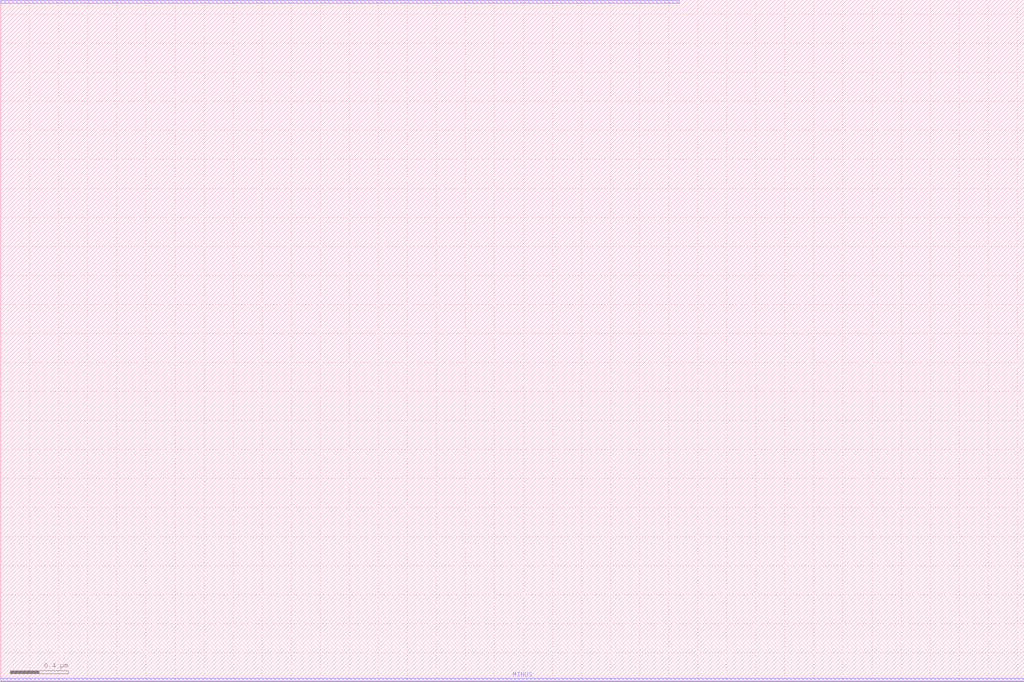
<source format=lef>
VERSION 5.7 ;
BUSBITCHARS "[]" ;
DIVIDERCHAR "/" ;

MACRO CMC_NMOS_25_1x10
  ORIGIN 0 0 ;
  FOREIGN CMC_NMOS_25_1x10 0 0 ;
  SIZE 2.16 BY 0.402 ;
  PIN S2
    DIRECTION INOUT ;
    USE SIGNAL ;
    PORT
      LAYER M2 ;
        RECT 0.256 0.32 2.012 0.338 ;
    END
  END S2
  PIN VSS
    DIRECTION INOUT ;
    USE POWER ;
    PORT
      LAYER M2 ;
        RECT 0 0 2.16 0.018 ;
    END
  END VSS
  PIN VDD
    DIRECTION INOUT ;
    USE SIGNAL ;
    PORT
      LAYER M2 ;
        RECT 0 0.384 2.16 0.402 ;
    END
  END VDD
  PIN G
    DIRECTION INOUT ;
    USE POWER ;
    PORT
      LAYER M2 ;
        RECT 0.094 0.064 2.066 0.082 ;
    END
  END G
  PIN D1
    DIRECTION INOUT ;
    USE SIGNAL ;
    PORT
      LAYER M2 ;
        RECT 0.148 0.128 1.904 0.146 ;
    END
  END D1
  PIN D2
    DIRECTION INOUT ;
    USE SIGNAL ;
    PORT
      LAYER M2 ;
        RECT 0.364 0.192 2.12 0.21 ;
    END
  END D2
  PIN S1
    DIRECTION INOUT ;
    USE SIGNAL ;
    PORT
      LAYER M2 ;
        RECT 0.04 0.256 1.796 0.274 ;
    END
  END S1
  OBS
    LAYER M1 ;
      RECT 0 0 2.16 0.402 ;
  END
END CMC_NMOS_25_1x10

MACRO CMC_PMOS_10_1x4
  ORIGIN 0 0 ;
  FOREIGN CMC_PMOS_10_1x4 0 0 ;
  SIZE 0.864 BY 0.402 ;
  PIN S
    DIRECTION INOUT ;
    USE SIGNAL ;
    PORT
      LAYER M2 ;
        RECT 0.04 0.32 0.716 0.338 ;
    END
  END S
  PIN VDD
    DIRECTION INOUT ;
    USE POWER ;
    PORT
      LAYER M2 ;
        RECT 0 0.384 0.864 0.402 ;
    END
  END VDD
  PIN VSS
    DIRECTION INOUT ;
    USE POWER ;
    PORT
      LAYER M2 ;
        RECT 0 0 0.864 0.018 ;
    END
  END VSS
  PIN G
    DIRECTION INOUT ;
    USE SIGNAL ;
    PORT
      LAYER M2 ;
        RECT 0.094 0.064 0.77 0.082 ;
    END
  END G
  PIN D1
    DIRECTION INOUT ;
    USE SIGNAL ;
    PORT
      LAYER M2 ;
        RECT 0.148 0.128 0.824 0.146 ;
    END
  END D1
  PIN D2
    DIRECTION INOUT ;
    USE SIGNAL ;
    PORT
      LAYER M2 ;
        RECT 0.364 0.192 0.608 0.21 ;
    END
  END D2
  OBS
    LAYER M1 ;
      RECT 0 0 0.864 0.402 ;
  END
END CMC_PMOS_10_1x4

MACRO CMC_PMOS_15_1x6
  ORIGIN 0 0 ;
  FOREIGN CMC_PMOS_15_1x6 0 0 ;
  SIZE 1.296 BY 0.402 ;
  PIN S2
    DIRECTION INOUT ;
    USE SIGNAL ;
    PORT
      LAYER M2 ;
        RECT 0.256 0.32 1.148 0.338 ;
    END
  END S2
  PIN VDD
    DIRECTION INOUT ;
    USE POWER ;
    PORT
      LAYER M2 ;
        RECT 0 0.384 1.296 0.402 ;
    END
  END VDD
  PIN VSS
    DIRECTION INOUT ;
    USE POWER ;
    PORT
      LAYER M2 ;
        RECT 0 0 1.296 0.018 ;
    END
  END VSS
  PIN G
    DIRECTION INOUT ;
    USE SIGNAL ;
    PORT
      LAYER M2 ;
        RECT 0.094 0.064 1.202 0.082 ;
    END
  END G
  PIN D1
    DIRECTION INOUT ;
    USE SIGNAL ;
    PORT
      LAYER M2 ;
        RECT 0.148 0.128 1.04 0.146 ;
    END
  END D1
  PIN D2
    DIRECTION INOUT ;
    USE SIGNAL ;
    PORT
      LAYER M2 ;
        RECT 0.364 0.192 1.256 0.21 ;
    END
  END D2
  PIN S1
    DIRECTION INOUT ;
    USE SIGNAL ;
    PORT
      LAYER M2 ;
        RECT 0.04 0.256 0.932 0.274 ;
    END
  END S1
  OBS
    LAYER M1 ;
      RECT 0 0 1.296 0.402 ;
  END
END CMC_PMOS_15_1x6

MACRO Cap_32f_1x1
  ORIGIN 0 0 ;
  FOREIGN Cap_32f_1x1 0 0 ;
  SIZE 4.024 BY 4.06 ;
  PIN PLUS
    DIRECTION INOUT ;
    USE SIGNAL ;
    PORT
      LAYER M2 ;
        RECT 0 4.037 4.024 4.055 ;
    END
  END PLUS
  PIN MINUS
    DIRECTION INOUT ;
    USE SIGNAL ;
    PORT
      LAYER M2 ;
        RECT 0 0.005 4.024 0.023 ;
    END
  END MINUS
END Cap_32f_1x1

MACRO Cap_50f_2x3
  ORIGIN 0 0 ;
  FOREIGN Cap_50f_2x3 0 0 ;
  SIZE 7.048 BY 4.7 ;
  PIN PLUS
    DIRECTION INOUT ;
    USE SIGNAL ;
    PORT
      LAYER M2 ;
        RECT 0 4.677 4.672 4.695 ;
    END
  END PLUS
  PIN MINUS
    DIRECTION INOUT ;
    USE SIGNAL ;
    PORT
      LAYER M2 ;
        RECT 0 0.005 7.048 0.023 ;
    END
  END MINUS
END Cap_50f_2x3

MACRO Cap_60f_2x3
  ORIGIN 0 0 ;
  FOREIGN Cap_60f_2x3 0 0 ;
  SIZE 7.048 BY 4.7 ;
  PIN PLUS
    DIRECTION INOUT ;
    USE SIGNAL ;
    PORT
      LAYER M2 ;
        RECT 0 4.677 7.048 4.695 ;
    END
  END PLUS
  PIN MINUS
    DIRECTION INOUT ;
    USE SIGNAL ;
    PORT
      LAYER M2 ;
        RECT 0 0.005 7.048 0.023 ;
    END
  END MINUS
END Cap_60f_2x3

MACRO DP_NMOS_75_3x10
  ORIGIN 0 0 ;
  FOREIGN DP_NMOS_75_3x10 0 0 ;
  SIZE 2.16 BY 1.298 ;
  PIN S
    DIRECTION INOUT ;
    USE SIGNAL ;
    PORT
      LAYER M2 ;
        RECT 0.04 1.152 2.012 1.17 ;
    END
    PORT
      LAYER M2 ;
        RECT 0.148 0.576 2.12 0.594 ;
    END
    PORT
      LAYER M2 ;
        RECT 0.04 0.256 2.012 0.274 ;
    END
  END S
  PIN VSS
    DIRECTION INOUT ;
    USE POWER ;
    PORT
      LAYER M2 ;
        RECT 0 0.896 2.16 0.914 ;
    END
    PORT
      LAYER M2 ;
        RECT 0 0.832 2.16 0.85 ;
    END
    PORT
      LAYER M2 ;
        RECT 0 0 2.16 0.018 ;
    END
  END VSS
  PIN VDD
    DIRECTION INOUT ;
    USE POWER ;
    PORT
      LAYER M2 ;
        RECT 0 1.28 2.16 1.298 ;
    END
    PORT
      LAYER M2 ;
        RECT 0 0.448 2.16 0.466 ;
    END
    PORT
      LAYER M2 ;
        RECT 0 0.384 2.16 0.402 ;
    END
  END VDD
  PIN D1
    DIRECTION INOUT ;
    USE SIGNAL ;
    PORT
      LAYER M2 ;
        RECT 0.148 1.024 1.904 1.042 ;
    END
    PORT
      LAYER M2 ;
        RECT 0.256 0.704 2.012 0.722 ;
    END
    PORT
      LAYER M2 ;
        RECT 0.148 0.128 1.904 0.146 ;
    END
  END D1
  PIN D2
    DIRECTION INOUT ;
    USE SIGNAL ;
    PORT
      LAYER M2 ;
        RECT 0.364 1.088 2.12 1.106 ;
    END
    PORT
      LAYER M2 ;
        RECT 0.04 0.64 1.796 0.658 ;
    END
    PORT
      LAYER M2 ;
        RECT 0.364 0.192 2.12 0.21 ;
    END
  END D2
  PIN G1
    DIRECTION INOUT ;
    USE SIGNAL ;
    PORT
      LAYER M2 ;
        RECT 0.094 0.96 1.85 0.978 ;
    END
    PORT
      LAYER M2 ;
        RECT 0.31 0.768 2.066 0.786 ;
    END
    PORT
      LAYER M2 ;
        RECT 0.094 0.064 1.85 0.082 ;
    END
  END G1
  PIN G2
    DIRECTION INOUT ;
    USE SIGNAL ;
    PORT
      LAYER M2 ;
        RECT 0.31 1.216 2.066 1.234 ;
    END
    PORT
      LAYER M2 ;
        RECT 0.094 0.512 1.85 0.53 ;
    END
    PORT
      LAYER M2 ;
        RECT 0.31 0.32 2.066 0.338 ;
    END
  END G2
  OBS
    LAYER M1 ;
      RECT 0 0 2.16 0.402 ;
      RECT 0 0.402 2.16 0.85 ;
      RECT 0 0.85 2.16 1.298 ;
  END
END DP_NMOS_75_3x10

MACRO DiodeConnected_NMOS_5_1x1
  ORIGIN 0 0 ;
  FOREIGN DiodeConnected_NMOS_5_1x1 0 0 ;
  SIZE 0.216 BY 0.402 ;
  PIN VSS
    DIRECTION INOUT ;
    USE POWER ;
    PORT
      LAYER M2 ;
        RECT 0 0 0.216 0.018 ;
    END
  END VSS
  PIN D
    DIRECTION INOUT ;
    USE SIGNAL ;
    PORT
      LAYER M2 ;
        RECT 0.094 0.064 0.176 0.082 ;
    END
  END D
  PIN S
    DIRECTION INOUT ;
    USE SIGNAL ;
    PORT
      LAYER M2 ;
        RECT 0 0.128 0.068 0.146 ;
    END
  END S
  PIN VDD
    DIRECTION INOUT ;
    USE POWER ;
    PORT
      LAYER M2 ;
        RECT 0 0.384 0.216 0.402 ;
    END
  END VDD
END DiodeConnected_NMOS_5_1x1

MACRO DiodeConnected_PMOS_10_1x2
  ORIGIN 0 0 ;
  FOREIGN DiodeConnected_PMOS_10_1x2 0 0 ;
  SIZE 0.432 BY 0.402 ;
  PIN VSS
    DIRECTION INOUT ;
    USE POWER ;
    PORT
      LAYER M2 ;
        RECT 0 0 0.432 0.018 ;
    END
  END VSS
  PIN D
    DIRECTION INOUT ;
    USE SIGNAL ;
    PORT
      LAYER M2 ;
        RECT 0.094 0.064 0.392 0.082 ;
    END
  END D
  PIN S
    DIRECTION INOUT ;
    USE SIGNAL ;
    PORT
      LAYER M2 ;
        RECT 0 0.128 0.284 0.146 ;
    END
  END S
  PIN VDD
    DIRECTION INOUT ;
    USE POWER ;
    PORT
      LAYER M2 ;
        RECT 0 0.384 0.432 0.402 ;
    END
  END VDD
END DiodeConnected_PMOS_10_1x2

END LIBRARY
VERSION 5.7 ;
BUSBITCHARS "[]" ;
DIVIDERCHAR "/" ;

VIA M2_M1_0
  VIARULE M2_M1 ;
  CUTSIZE 0.018 0.018 ;
  LAYERS M1 V1 M2 ;
  CUTSPACING 0.018 0.018 ;
  ENCLOSURE 0 0.005 0.005 0 ;
  ROWCOL 1 1 ;
END M2_M1_0

VIA M2_M1_1
  VIARULE M2_M1 ;
  CUTSIZE 0.018 0.018 ;
  LAYERS M1 V1 M2 ;
  CUTSPACING 0.018 0.018 ;
  ENCLOSURE 0 0.005 0.005 0 ;
  ROWCOL 1 1 ;
END M2_M1_1

MACRO DiodeConnected_PMOS_20_1x4
  ORIGIN 0 0 ;
  FOREIGN DiodeConnected_PMOS_20_1x4 0 0 ;
  SIZE 0.864 BY 0.402 ;
  PIN VSS
    DIRECTION INOUT ;
    USE POWER ;
    PORT
      LAYER M2 ;
        RECT 0 0 0.864 0.018 ;
    END
  END VSS
  PIN D
    DIRECTION INOUT ;
    USE SIGNAL ;
    PORT
      LAYER M2 ;
        RECT 0.094 0.064 0.824 0.082 ;
    END
  END D
  PIN S
    DIRECTION INOUT ;
    USE SIGNAL ;
    PORT
      LAYER M2 ;
        RECT 0 0.128 0.716 0.146 ;
    END
  END S
  PIN VDD
    DIRECTION INOUT ;
    USE POWER ;
    PORT
      LAYER M2 ;
        RECT 0 0.384 0.864 0.402 ;
    END
  END VDD
END DiodeConnected_PMOS_20_1x4

MACRO SCM_NMOS_50_1x12
  ORIGIN 0 0 ;
  FOREIGN SCM_NMOS_50_1x12 0 0 ;
  SIZE 2.592 BY 0.402 ;
  PIN D1
    DIRECTION INOUT ;
    USE SIGNAL ;
    PORT
      LAYER M2 ;
        RECT 1.228 0.192 1.472 0.21 ;
    END
    PORT
      LAYER M2 ;
        RECT 1.444 0.192 1.472 0.21 ;
    END
  END D1
  PIN VSS
    DIRECTION INOUT ;
    USE POWER ;
    PORT
      LAYER M2 ;
        RECT 0 0 2.592 0.018 ;
    END
  END VSS
  PIN S
    DIRECTION INOUT ;
    USE SIGNAL ;
    PORT
      LAYER M2 ;
        RECT 0.04 0.256 2.444 0.274 ;
    END
  END S
  PIN VDD
    DIRECTION INOUT ;
    USE POWER ;
    PORT
      LAYER M2 ;
        RECT 0 0.384 2.592 0.402 ;
    END
  END VDD
  PIN D2
    DIRECTION INOUT ;
    USE SIGNAL ;
    PORT
      LAYER M2 ;
        RECT 0.148 0.128 2.552 0.146 ;
    END
  END D2
  OBS
    LAYER M1 ;
      RECT 0 0 2.592 0.402 ;
  END
END SCM_NMOS_50_1x12

MACRO Switch_NMOS_10_1x1
  ORIGIN 0 0 ;
  FOREIGN Switch_NMOS_10_1x1 0 0 ;
  SIZE 0.432 BY 0.402 ;
  PIN S
    DIRECTION INOUT ;
    USE SIGNAL ;
    PORT
      LAYER M2 ;
        RECT 0.04 0.064 0.284 0.082 ;
    END
  END S
  PIN VSS
    DIRECTION INOUT ;
    USE POWER ;
    PORT
      LAYER M2 ;
        RECT 0 0 0.432 0.018 ;
    END
  END VSS
  PIN D
    DIRECTION INOUT ;
    USE SIGNAL ;
    PORT
      LAYER M2 ;
        RECT 0.148 0.192 0.392 0.21 ;
    END
  END D
  PIN G
    DIRECTION INOUT ;
    USE SIGNAL ;
    PORT
      LAYER M2 ;
        RECT 0.094 0.128 0.338 0.146 ;
    END
  END G
  PIN VDD
    DIRECTION INOUT ;
    USE POWER ;
    PORT
      LAYER M2 ;
        RECT 0 0.384 0.432 0.402 ;
    END
  END VDD

END Switch_NMOS_10_1x1

MACRO Switch_PMOS_10_1x1
  ORIGIN 0 0 ;
  FOREIGN Switch_PMOS_10_1x1 0 0 ;
  SIZE 0.432 BY 0.402 ;
  PIN S
    DIRECTION INOUT ;
    USE SIGNAL ;
    PORT
      LAYER M2 ;
        RECT 0.04 0.192 0.284 0.21 ;
    END
  END S
  PIN VSS
    DIRECTION INOUT ;
    USE POWER ;
    PORT
      LAYER M2 ;
        RECT 0 0 0.432 0.018 ;
    END
  END VSS
  PIN D
    DIRECTION INOUT ;
    USE SIGNAL ;
    PORT
      LAYER M2 ;
        RECT 0.148 0.064 0.392 0.082 ;
    END
  END D
  PIN G
    DIRECTION INOUT ;
    USE SIGNAL ;
    PORT
      LAYER M2 ;
        RECT 0.094 0.128 0.338 0.146 ;
    END
  END G
  PIN VDD
    DIRECTION INOUT ;
    USE POWER ;
    PORT
      LAYER M2 ;
        RECT 0 0.384 0.432 0.402 ;
    END
  END VDD
END Switch_PMOS_10_1x1

MACRO Inv_3_1x1
  ORIGIN 0 0 ;
  FOREIGN Inv_3_1x1 0 0 ;
  SIZE 0.162 BY 0.402 ;
  PIN VSS
    DIRECTION INOUT ;
    USE POWER ;
    PORT
      LAYER M2 ;
        RECT 0 0 0.162 0.018 ;
    END
  END VSS
  PIN VDD
    DIRECTION INOUT ;
    USE POWER ;
    PORT
      LAYER M2 ;
        RECT 0 0.384 0.162 0.402 ;
    END
  END VDD
  PIN OUT
    DIRECTION INOUT ;
    USE SIGNAL ;
    PORT
      LAYER M1 ;
        RECT 0.099 0.066 0.117 0.336 ;
    END
  END OUT
  PIN IN
    DIRECTION INOUT ;
    USE SIGNAL ;
    PORT
      LAYER M1 ;
        RECT 0.063 0.182 0.081 0.22 ;
    END
  END IN
END Inv_3_1x1

MACRO Inv_21_1x7
  ORIGIN 0 0 ;
  FOREIGN Inv_21_1x7 0 0 ;
  SIZE 1.134 BY 0.402 ;
  PIN VSS
    DIRECTION INOUT ;
    USE POWER ;
    PORT
      LAYER M2 ;
        RECT 0 0 1.134 0.018 ;
    END
  END VSS
  PIN VDD
    DIRECTION INOUT ;
    USE POWER ;
    PORT
      LAYER M2 ;
        RECT 0 0.384 1.134 0.402 ;
    END
  END VDD
  PIN IN
    DIRECTION INOUT ;
    USE SIGNAL ;
    PORT
      LAYER M2 ;
        RECT 0.058 0.192 1.058 0.21 ;
    END
  END IN
  PIN OUT
    DIRECTION INOUT ;
    USE SIGNAL ;
    PORT
      LAYER M2 ;
        RECT 0.094 0.064 1.094 0.082 ;
    END
  END OUT
END Inv_21_1x7

MACRO NAND_1_1x1
  ORIGIN 0 0 ;
  FOREIGN NAND_1_1x1 0 0 ;
  SIZE 0.216 BY 0.402 ;
  PIN VSS
    DIRECTION INOUT ;
    USE POWER ;
    PORT
      LAYER M2 ;
        RECT 0 0 0.216 0.018 ;
    END
  END VSS
  PIN VDD
    DIRECTION INOUT ;
    USE POWER ;
    PORT
      LAYER M2 ;
        RECT 0 0.384 0.216 0.402 ;
    END
  END VDD
  PIN IN_B
    DIRECTION INOUT ;
    USE SIGNAL ;
    PORT
      LAYER M1 ;
        RECT 0.135 0.259 0.153 0.297 ;
    END
  END IN_B
  PIN IN_A
    DIRECTION INOUT ;
    USE SIGNAL ;
    PORT
      LAYER M1 ;
        RECT 0.063 0.182 0.081 0.22 ;
    END
  END IN_A
  PIN OUT
    DIRECTION INOUT ;
    USE SIGNAL ;
    PORT
      LAYER M2 ;
        RECT 0.094 0.192 0.176 0.21 ;
    END
  END OUT
END NAND_1_1x1

MACRO TG_3_1x1
  ORIGIN 0 0 ;
  FOREIGN TG_3_1x1 0 0 ;
  SIZE 0.162 BY 0.402 ;
  PIN VSS
    DIRECTION INOUT ;
    USE POWER ;
    PORT
      LAYER M2 ;
        RECT 0 0 0.162 0.018 ;
    END
  END VSS
  PIN VDD
    DIRECTION INOUT ;
    USE POWER ;
    PORT
      LAYER M2 ;
        RECT 0 0.384 0.162 0.402 ;
    END
  END VDD
  PIN OUT
    DIRECTION INOUT ;
    USE SIGNAL ;
    PORT
      LAYER M1 ;
        RECT 0.099 0.093 0.117 0.309 ;
    END
  END OUT
  PIN IN
    DIRECTION INOUT ;
    USE SIGNAL ;
    PORT
      LAYER M1 ;
        RECT 0.045 0.093 0.063 0.309 ;
    END
  END IN
  PIN IN_P
    DIRECTION INOUT ;
    USE SIGNAL ;
    PORT
      LAYER M1 ;
        RECT 0.0635 0.34 0.0815 0.378 ;
    END
  END IN_P
  PIN IN_N
    DIRECTION INOUT ;
    USE SIGNAL ;
    PORT
      LAYER M1 ;
        RECT 0.0625 0.024 0.0805 0.062 ;
    END
  END IN_N
END TG_3_1x1

MACRO SCM_CMFB_NMOS_50_1x12
  ORIGIN 0 0 ;
  FOREIGN SCM_CMFB_NMOS_50_1x12 0 0 ;
  SIZE 2.592 BY 0.402 ;
  PIN D1
    DIRECTION INOUT ;
    USE SIGNAL ;
    PORT
      LAYER M2 ;
        RECT 1.228 0.192 1.472 0.21 ;
    END
    PORT
      LAYER M2 ;
        RECT 1.444 0.192 1.472 0.21 ;


END
  END D1
  PIN VSS
    DIRECTION INOUT ;
    USE POWER ;
    PORT
      LAYER M2 ;
        RECT 0 0 2.592 0.018 ;
    END
  END VSS
  PIN S
    DIRECTION INOUT ;
    USE SIGNAL ;
    PORT
      LAYER M2 ;
        RECT 0.04 0.256 2.444 0.274 ;
    END
  END S
  PIN G2
    DIRECTION INOUT ;
    USE SIGNAL ;
    PORT
      LAYER M2 ;
        RECT 0.094 0.32 2.498 0.338 ;
    END
  END G2
  PIN VDD
    DIRECTION INOUT ;
    USE POWER ;
    PORT
      LAYER M2 ;
        RECT 0 0.384 2.592 0.402 ;
    END
  END VDD
  PIN D2
    DIRECTION INOUT ;
    USE SIGNAL ;
    PORT
      LAYER M2 ;
        RECT 0.148 0.128 2.552 0.146 ;
    END
  END D2
  OBS
    LAYER M1 ;
      RECT 0 0 2.592 0.402 ;
  END
END SCM_CMFB_NMOS_50_1x12

MACRO Cap_30f_1x3
  ORIGIN 0 0 ;
  FOREIGN Cap_30f_1x3 0 0 ;
  SIZE 7.048 BY 2.332 ;
  PIN PLUS
    DIRECTION INOUT ;
    USE SIGNAL ;
    PORT
      LAYER M2 ;
        RECT 0 2.309 7.048 2.327 ;
    END
  END PLUS
  PIN MINUS
    DIRECTION INOUT ;
    USE SIGNAL ;
    PORT
      LAYER M2 ;
        RECT 0 0.005 7.048 0.023 ;
    END
  END MINUS
END Cap_30f_1x3

END LIBRARY

</source>
